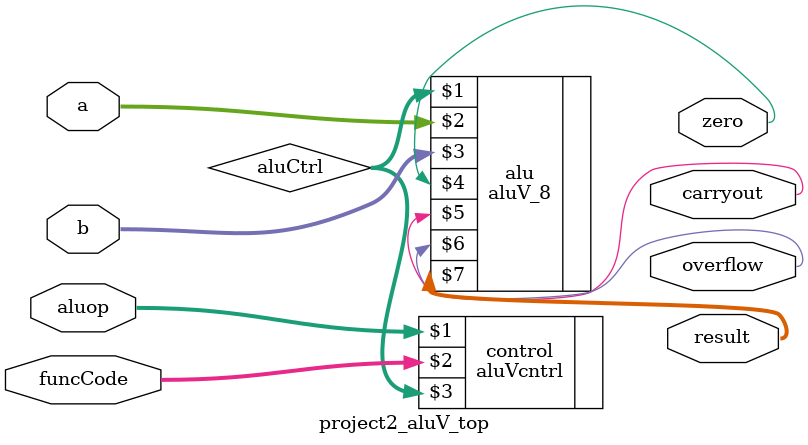
<source format=v>
`timescale 1ns / 1ps

/*
 *  Project 2
 *  Module  : project2_aluV_top
 *  Names   : Joseph Blethen, Alex Karapetkov
 *  Date    : 02-23-2024
 *  Note    : A module that implements the system design demonstrated by the 
              ALU figure in the P2 spec (includes ALU control unit and ALU).
 *
 *  This work complies with the JMU honor code.
 *
 */

module project2_aluV_top (
    input [1:0] aluop,
    input [9:0] funcCode,
    input [7:0] a, b,
    output [7:0] result,
    output zero, carryout, overflow
    );
    wire [3:0] aluCtrl;

    // instantiate ALU control and ALU modules
    aluVcntrl control(aluop, funcCode, aluCtrl);
    aluV_8 alu(aluCtrl, a, b, zero, carryout, overflow, result);
endmodule

</source>
